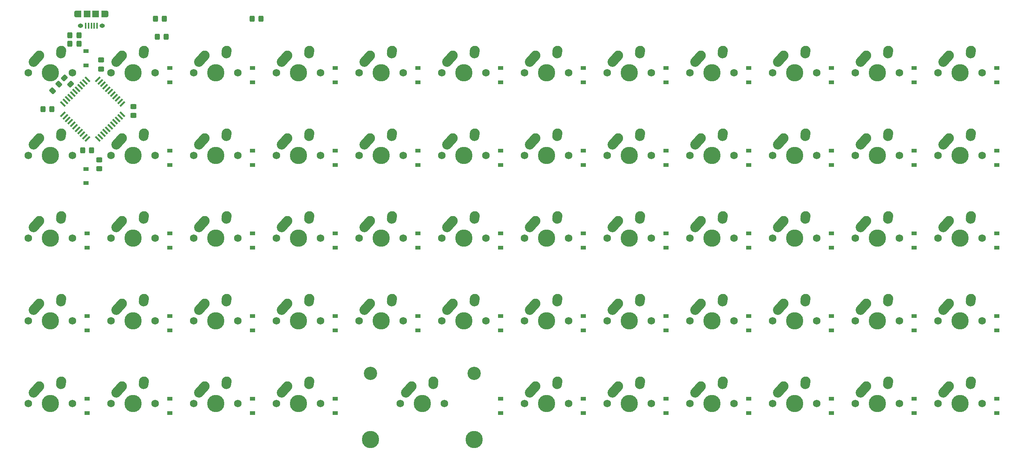
<source format=gbr>
G04 #@! TF.GenerationSoftware,KiCad,Pcbnew,(6.0.4)*
G04 #@! TF.CreationDate,2023-01-11T07:52:03+01:00*
G04 #@! TF.ProjectId,keyboard,6b657962-6f61-4726-942e-6b696361645f,rev?*
G04 #@! TF.SameCoordinates,Original*
G04 #@! TF.FileFunction,Soldermask,Bot*
G04 #@! TF.FilePolarity,Negative*
%FSLAX46Y46*%
G04 Gerber Fmt 4.6, Leading zero omitted, Abs format (unit mm)*
G04 Created by KiCad (PCBNEW (6.0.4)) date 2023-01-11 07:52:03*
%MOMM*%
%LPD*%
G01*
G04 APERTURE LIST*
G04 Aperture macros list*
%AMRoundRect*
0 Rectangle with rounded corners*
0 $1 Rounding radius*
0 $2 $3 $4 $5 $6 $7 $8 $9 X,Y pos of 4 corners*
0 Add a 4 corners polygon primitive as box body*
4,1,4,$2,$3,$4,$5,$6,$7,$8,$9,$2,$3,0*
0 Add four circle primitives for the rounded corners*
1,1,$1+$1,$2,$3*
1,1,$1+$1,$4,$5*
1,1,$1+$1,$6,$7*
1,1,$1+$1,$8,$9*
0 Add four rect primitives between the rounded corners*
20,1,$1+$1,$2,$3,$4,$5,0*
20,1,$1+$1,$4,$5,$6,$7,0*
20,1,$1+$1,$6,$7,$8,$9,0*
20,1,$1+$1,$8,$9,$2,$3,0*%
%AMHorizOval*
0 Thick line with rounded ends*
0 $1 width*
0 $2 $3 position (X,Y) of the first rounded end (center of the circle)*
0 $4 $5 position (X,Y) of the second rounded end (center of the circle)*
0 Add line between two ends*
20,1,$1,$2,$3,$4,$5,0*
0 Add two circle primitives to create the rounded ends*
1,1,$1,$2,$3*
1,1,$1,$4,$5*%
%AMRotRect*
0 Rectangle, with rotation*
0 The origin of the aperture is its center*
0 $1 length*
0 $2 width*
0 $3 Rotation angle, in degrees counterclockwise*
0 Add horizontal line*
21,1,$1,$2,0,0,$3*%
G04 Aperture macros list end*
%ADD10C,1.750000*%
%ADD11C,3.987800*%
%ADD12C,2.250000*%
%ADD13HorizOval,2.250000X0.655001X0.730000X-0.655001X-0.730000X0*%
%ADD14HorizOval,2.250000X0.020000X0.290000X-0.020000X-0.290000X0*%
%ADD15C,3.048000*%
%ADD16RoundRect,0.250000X0.325000X0.450000X-0.325000X0.450000X-0.325000X-0.450000X0.325000X-0.450000X0*%
%ADD17RoundRect,0.250000X0.450000X-0.325000X0.450000X0.325000X-0.450000X0.325000X-0.450000X-0.325000X0*%
%ADD18RoundRect,0.250000X-0.548008X-0.088388X-0.088388X-0.548008X0.548008X0.088388X0.088388X0.548008X0*%
%ADD19RoundRect,0.250000X0.088388X-0.548008X0.548008X-0.088388X-0.088388X0.548008X-0.548008X0.088388X0*%
%ADD20R,0.400000X1.350000*%
%ADD21R,1.200000X1.550000*%
%ADD22O,0.890000X1.550000*%
%ADD23O,1.250000X0.950000*%
%ADD24R,1.500000X1.550000*%
%ADD25RoundRect,0.250000X-0.325000X-0.450000X0.325000X-0.450000X0.325000X0.450000X-0.325000X0.450000X0*%
%ADD26RotRect,1.524000X0.406400X315.000000*%
%ADD27RotRect,0.406400X1.524000X315.000000*%
%ADD28R,1.200000X0.900000*%
G04 APERTURE END LIST*
D10*
X223595000Y-138075000D03*
D11*
X228675000Y-138075000D03*
D10*
X233755000Y-138075000D03*
D12*
X226175000Y-134075000D03*
D13*
X225520001Y-134805000D03*
D12*
X231215000Y-132995000D03*
D14*
X231195000Y-133285000D03*
D10*
X271855000Y-138075000D03*
X261695000Y-138075000D03*
D11*
X266775000Y-138075000D03*
D13*
X263620001Y-134805000D03*
D12*
X264275000Y-134075000D03*
D14*
X269295000Y-133285000D03*
D12*
X269315000Y-132995000D03*
D11*
X247725000Y-138075000D03*
D10*
X242645000Y-138075000D03*
X252805000Y-138075000D03*
D13*
X244570001Y-134805000D03*
D12*
X245225000Y-134075000D03*
D14*
X250245000Y-133285000D03*
D12*
X250265000Y-132995000D03*
D10*
X81355000Y-119025000D03*
D11*
X76275000Y-119025000D03*
D10*
X71195000Y-119025000D03*
D13*
X73120001Y-115755000D03*
D12*
X73775000Y-115025000D03*
X78815000Y-113945000D03*
D14*
X78795000Y-114235000D03*
D11*
X133425000Y-138075000D03*
D10*
X138505000Y-138075000D03*
X128345000Y-138075000D03*
D12*
X130925000Y-134075000D03*
D13*
X130270001Y-134805000D03*
D14*
X135945000Y-133285000D03*
D12*
X135965000Y-132995000D03*
D11*
X133425000Y-99975000D03*
D10*
X128345000Y-99975000D03*
X138505000Y-99975000D03*
D13*
X130270001Y-96705000D03*
D12*
X130925000Y-95975000D03*
D14*
X135945000Y-95185000D03*
D12*
X135965000Y-94895000D03*
D11*
X57225000Y-138075000D03*
D10*
X62305000Y-138075000D03*
X52145000Y-138075000D03*
D12*
X54725000Y-134075000D03*
D13*
X54070001Y-134805000D03*
D14*
X59745000Y-133285000D03*
D12*
X59765000Y-132995000D03*
D11*
X171525000Y-80925000D03*
D10*
X176605000Y-80925000D03*
X166445000Y-80925000D03*
D13*
X168370001Y-77655000D03*
D12*
X169025000Y-76925000D03*
D14*
X174045000Y-76135000D03*
D12*
X174065000Y-75845000D03*
D10*
X157555000Y-80925000D03*
X147395000Y-80925000D03*
D11*
X152475000Y-80925000D03*
D13*
X149320001Y-77655000D03*
D12*
X149975000Y-76925000D03*
X155015000Y-75845000D03*
D14*
X154995000Y-76135000D03*
D11*
X114375000Y-80925000D03*
D10*
X109295000Y-80925000D03*
X119455000Y-80925000D03*
D12*
X111875000Y-76925000D03*
D13*
X111220001Y-77655000D03*
D12*
X116915000Y-75845000D03*
D14*
X116895000Y-76135000D03*
D10*
X195655000Y-119025000D03*
X185495000Y-119025000D03*
D11*
X190575000Y-119025000D03*
D12*
X188075000Y-115025000D03*
D13*
X187420001Y-115755000D03*
D14*
X193095000Y-114235000D03*
D12*
X193115000Y-113945000D03*
D10*
X62305000Y-80925000D03*
D11*
X57225000Y-80925000D03*
D10*
X52145000Y-80925000D03*
D13*
X54070001Y-77655000D03*
D12*
X54725000Y-76925000D03*
D14*
X59745000Y-76135000D03*
D12*
X59765000Y-75845000D03*
D10*
X214705000Y-138075000D03*
D11*
X209625000Y-138075000D03*
D10*
X204545000Y-138075000D03*
D12*
X207125000Y-134075000D03*
D13*
X206470001Y-134805000D03*
D14*
X212145000Y-133285000D03*
D12*
X212165000Y-132995000D03*
D11*
X95325000Y-80925000D03*
D10*
X100405000Y-80925000D03*
X90245000Y-80925000D03*
D13*
X92170001Y-77655000D03*
D12*
X92825000Y-76925000D03*
D14*
X97845000Y-76135000D03*
D12*
X97865000Y-75845000D03*
D11*
X266775000Y-119025000D03*
D10*
X271855000Y-119025000D03*
X261695000Y-119025000D03*
D13*
X263620001Y-115755000D03*
D12*
X264275000Y-115025000D03*
D14*
X269295000Y-114235000D03*
D12*
X269315000Y-113945000D03*
D11*
X142950000Y-157125000D03*
X154888000Y-165380000D03*
D10*
X137870000Y-157125000D03*
D15*
X154888000Y-150140000D03*
X131012000Y-150140000D03*
D10*
X148030000Y-157125000D03*
D11*
X131012000Y-165380000D03*
D13*
X139795001Y-153855000D03*
D12*
X140450000Y-153125000D03*
D14*
X145470000Y-152335000D03*
D12*
X145490000Y-152045000D03*
D10*
X242645000Y-157125000D03*
X252805000Y-157125000D03*
D11*
X247725000Y-157125000D03*
D12*
X245225000Y-153125000D03*
D13*
X244570001Y-153855000D03*
D14*
X250245000Y-152335000D03*
D12*
X250265000Y-152045000D03*
D10*
X223595000Y-119025000D03*
D11*
X228675000Y-119025000D03*
D10*
X233755000Y-119025000D03*
D12*
X226175000Y-115025000D03*
D13*
X225520001Y-115755000D03*
D12*
X231215000Y-113945000D03*
D14*
X231195000Y-114235000D03*
D11*
X247725000Y-80925000D03*
D10*
X252805000Y-80925000D03*
X242645000Y-80925000D03*
D13*
X244570001Y-77655000D03*
D12*
X245225000Y-76925000D03*
D14*
X250245000Y-76135000D03*
D12*
X250265000Y-75845000D03*
D10*
X185495000Y-80925000D03*
D11*
X190575000Y-80925000D03*
D10*
X195655000Y-80925000D03*
D12*
X188075000Y-76925000D03*
D13*
X187420001Y-77655000D03*
D14*
X193095000Y-76135000D03*
D12*
X193115000Y-75845000D03*
D10*
X81355000Y-99975000D03*
X71195000Y-99975000D03*
D11*
X76275000Y-99975000D03*
D12*
X73775000Y-95975000D03*
D13*
X73120001Y-96705000D03*
D12*
X78815000Y-94895000D03*
D14*
X78795000Y-95185000D03*
D10*
X100405000Y-157125000D03*
D11*
X95325000Y-157125000D03*
D10*
X90245000Y-157125000D03*
D13*
X92170001Y-153855000D03*
D12*
X92825000Y-153125000D03*
X97865000Y-152045000D03*
D14*
X97845000Y-152335000D03*
D10*
X157555000Y-138075000D03*
D11*
X152475000Y-138075000D03*
D10*
X147395000Y-138075000D03*
D12*
X149975000Y-134075000D03*
D13*
X149320001Y-134805000D03*
D14*
X154995000Y-133285000D03*
D12*
X155015000Y-132995000D03*
D10*
X261695000Y-80925000D03*
X271855000Y-80925000D03*
D11*
X266775000Y-80925000D03*
D13*
X263620001Y-77655000D03*
D12*
X264275000Y-76925000D03*
D14*
X269295000Y-76135000D03*
D12*
X269315000Y-75845000D03*
D11*
X57225000Y-119025000D03*
D10*
X62305000Y-119025000D03*
X52145000Y-119025000D03*
D12*
X54725000Y-115025000D03*
D13*
X54070001Y-115755000D03*
D12*
X59765000Y-113945000D03*
D14*
X59745000Y-114235000D03*
D11*
X133425000Y-119025000D03*
D10*
X128345000Y-119025000D03*
X138505000Y-119025000D03*
D13*
X130270001Y-115755000D03*
D12*
X130925000Y-115025000D03*
D14*
X135945000Y-114235000D03*
D12*
X135965000Y-113945000D03*
D11*
X247725000Y-119025000D03*
D10*
X252805000Y-119025000D03*
X242645000Y-119025000D03*
D12*
X245225000Y-115025000D03*
D13*
X244570001Y-115755000D03*
D14*
X250245000Y-114235000D03*
D12*
X250265000Y-113945000D03*
D11*
X114375000Y-157125000D03*
D10*
X109295000Y-157125000D03*
X119455000Y-157125000D03*
D12*
X111875000Y-153125000D03*
D13*
X111220001Y-153855000D03*
D12*
X116915000Y-152045000D03*
D14*
X116895000Y-152335000D03*
D10*
X176605000Y-138075000D03*
X166445000Y-138075000D03*
D11*
X171525000Y-138075000D03*
D13*
X168370001Y-134805000D03*
D12*
X169025000Y-134075000D03*
D14*
X174045000Y-133285000D03*
D12*
X174065000Y-132995000D03*
D10*
X214705000Y-80925000D03*
X204545000Y-80925000D03*
D11*
X209625000Y-80925000D03*
D12*
X207125000Y-76925000D03*
D13*
X206470001Y-77655000D03*
D14*
X212145000Y-76135000D03*
D12*
X212165000Y-75845000D03*
D11*
X209625000Y-119025000D03*
D10*
X214705000Y-119025000D03*
X204545000Y-119025000D03*
D13*
X206470001Y-115755000D03*
D12*
X207125000Y-115025000D03*
D14*
X212145000Y-114235000D03*
D12*
X212165000Y-113945000D03*
D10*
X62305000Y-99975000D03*
D11*
X57225000Y-99975000D03*
D10*
X52145000Y-99975000D03*
D12*
X54725000Y-95975000D03*
D13*
X54070001Y-96705000D03*
D12*
X59765000Y-94895000D03*
D14*
X59745000Y-95185000D03*
D10*
X166445000Y-157125000D03*
X176605000Y-157125000D03*
D11*
X171525000Y-157125000D03*
D13*
X168370001Y-153855000D03*
D12*
X169025000Y-153125000D03*
X174065000Y-152045000D03*
D14*
X174045000Y-152335000D03*
D10*
X100405000Y-99975000D03*
D11*
X95325000Y-99975000D03*
D10*
X90245000Y-99975000D03*
D12*
X92825000Y-95975000D03*
D13*
X92170001Y-96705000D03*
D14*
X97845000Y-95185000D03*
D12*
X97865000Y-94895000D03*
D11*
X152475000Y-99975000D03*
D10*
X147395000Y-99975000D03*
X157555000Y-99975000D03*
D13*
X149320001Y-96705000D03*
D12*
X149975000Y-95975000D03*
X155015000Y-94895000D03*
D14*
X154995000Y-95185000D03*
D10*
X176605000Y-119025000D03*
D11*
X171525000Y-119025000D03*
D10*
X166445000Y-119025000D03*
D12*
X169025000Y-115025000D03*
D13*
X168370001Y-115755000D03*
D12*
X174065000Y-113945000D03*
D14*
X174045000Y-114235000D03*
D10*
X81355000Y-80925000D03*
X71195000Y-80925000D03*
D11*
X76275000Y-80925000D03*
D12*
X73775000Y-76925000D03*
D13*
X73120001Y-77655000D03*
D12*
X78815000Y-75845000D03*
D14*
X78795000Y-76135000D03*
D11*
X190575000Y-138075000D03*
D10*
X195655000Y-138075000D03*
X185495000Y-138075000D03*
D12*
X188075000Y-134075000D03*
D13*
X187420001Y-134805000D03*
D12*
X193115000Y-132995000D03*
D14*
X193095000Y-133285000D03*
D11*
X228675000Y-99975000D03*
D10*
X233755000Y-99975000D03*
X223595000Y-99975000D03*
D12*
X226175000Y-95975000D03*
D13*
X225520001Y-96705000D03*
D14*
X231195000Y-95185000D03*
D12*
X231215000Y-94895000D03*
D11*
X95325000Y-119025000D03*
D10*
X90245000Y-119025000D03*
X100405000Y-119025000D03*
D13*
X92170001Y-115755000D03*
D12*
X92825000Y-115025000D03*
D14*
X97845000Y-114235000D03*
D12*
X97865000Y-113945000D03*
D10*
X223595000Y-80925000D03*
D11*
X228675000Y-80925000D03*
D10*
X233755000Y-80925000D03*
D13*
X225520001Y-77655000D03*
D12*
X226175000Y-76925000D03*
D14*
X231195000Y-76135000D03*
D12*
X231215000Y-75845000D03*
D10*
X233755000Y-157125000D03*
D11*
X228675000Y-157125000D03*
D10*
X223595000Y-157125000D03*
D12*
X226175000Y-153125000D03*
D13*
X225520001Y-153855000D03*
D14*
X231195000Y-152335000D03*
D12*
X231215000Y-152045000D03*
D11*
X209625000Y-157125000D03*
D10*
X204545000Y-157125000D03*
X214705000Y-157125000D03*
D13*
X206470001Y-153855000D03*
D12*
X207125000Y-153125000D03*
X212165000Y-152045000D03*
D14*
X212145000Y-152335000D03*
D11*
X133425000Y-80925000D03*
D10*
X138505000Y-80925000D03*
X128345000Y-80925000D03*
D12*
X130925000Y-76925000D03*
D13*
X130270001Y-77655000D03*
D12*
X135965000Y-75845000D03*
D14*
X135945000Y-76135000D03*
D11*
X114375000Y-138075000D03*
D10*
X119455000Y-138075000D03*
X109295000Y-138075000D03*
D12*
X111875000Y-134075000D03*
D13*
X111220001Y-134805000D03*
D12*
X116915000Y-132995000D03*
D14*
X116895000Y-133285000D03*
D11*
X209625000Y-99975000D03*
D10*
X204545000Y-99975000D03*
X214705000Y-99975000D03*
D13*
X206470001Y-96705000D03*
D12*
X207125000Y-95975000D03*
X212165000Y-94895000D03*
D14*
X212145000Y-95185000D03*
D10*
X271855000Y-99975000D03*
X261695000Y-99975000D03*
D11*
X266775000Y-99975000D03*
D13*
X263620001Y-96705000D03*
D12*
X264275000Y-95975000D03*
X269315000Y-94895000D03*
D14*
X269295000Y-95185000D03*
D10*
X271855000Y-157125000D03*
D11*
X266775000Y-157125000D03*
D10*
X261695000Y-157125000D03*
D12*
X264275000Y-153125000D03*
D13*
X263620001Y-153855000D03*
D14*
X269295000Y-152335000D03*
D12*
X269315000Y-152045000D03*
D10*
X71195000Y-157125000D03*
D11*
X76275000Y-157125000D03*
D10*
X81355000Y-157125000D03*
D13*
X73120001Y-153855000D03*
D12*
X73775000Y-153125000D03*
D14*
X78795000Y-152335000D03*
D12*
X78815000Y-152045000D03*
D11*
X76275000Y-138075000D03*
D10*
X71195000Y-138075000D03*
X81355000Y-138075000D03*
D12*
X73775000Y-134075000D03*
D13*
X73120001Y-134805000D03*
D14*
X78795000Y-133285000D03*
D12*
X78815000Y-132995000D03*
D11*
X57225000Y-157125000D03*
D10*
X62305000Y-157125000D03*
X52145000Y-157125000D03*
D12*
X54725000Y-153125000D03*
D13*
X54070001Y-153855000D03*
D12*
X59765000Y-152045000D03*
D14*
X59745000Y-152335000D03*
D10*
X100405000Y-138075000D03*
X90245000Y-138075000D03*
D11*
X95325000Y-138075000D03*
D12*
X92825000Y-134075000D03*
D13*
X92170001Y-134805000D03*
D14*
X97845000Y-133285000D03*
D12*
X97865000Y-132995000D03*
D10*
X185495000Y-157125000D03*
X195655000Y-157125000D03*
D11*
X190575000Y-157125000D03*
D13*
X187420001Y-153855000D03*
D12*
X188075000Y-153125000D03*
X193115000Y-152045000D03*
D14*
X193095000Y-152335000D03*
D10*
X185495000Y-99975000D03*
D11*
X190575000Y-99975000D03*
D10*
X195655000Y-99975000D03*
D12*
X188075000Y-95975000D03*
D13*
X187420001Y-96705000D03*
D12*
X193115000Y-94895000D03*
D14*
X193095000Y-95185000D03*
D11*
X114375000Y-99975000D03*
D10*
X109295000Y-99975000D03*
X119455000Y-99975000D03*
D12*
X111875000Y-95975000D03*
D13*
X111220001Y-96705000D03*
D12*
X116915000Y-94895000D03*
D14*
X116895000Y-95185000D03*
D10*
X109295000Y-119025000D03*
D11*
X114375000Y-119025000D03*
D10*
X119455000Y-119025000D03*
D12*
X111875000Y-115025000D03*
D13*
X111220001Y-115755000D03*
D14*
X116895000Y-114235000D03*
D12*
X116915000Y-113945000D03*
D11*
X171525000Y-99975000D03*
D10*
X176605000Y-99975000D03*
X166445000Y-99975000D03*
D12*
X169025000Y-95975000D03*
D13*
X168370001Y-96705000D03*
D14*
X174045000Y-95185000D03*
D12*
X174065000Y-94895000D03*
D10*
X252805000Y-99975000D03*
X242645000Y-99975000D03*
D11*
X247725000Y-99975000D03*
D12*
X245225000Y-95975000D03*
D13*
X244570001Y-96705000D03*
D12*
X250265000Y-94895000D03*
D14*
X250245000Y-95185000D03*
D11*
X152475000Y-119025000D03*
D10*
X157555000Y-119025000D03*
X147395000Y-119025000D03*
D12*
X149975000Y-115025000D03*
D13*
X149320001Y-115755000D03*
D12*
X155015000Y-113945000D03*
D14*
X154995000Y-114235000D03*
D16*
X57625000Y-89300000D03*
X55575000Y-89300000D03*
X66725000Y-98800000D03*
X64675000Y-98800000D03*
D17*
X76400000Y-90725000D03*
X76400000Y-88675000D03*
X68900000Y-80025000D03*
X68900000Y-77975000D03*
D18*
X60475216Y-82075216D03*
X61924784Y-83524784D03*
D19*
X57775216Y-85024784D03*
X59224784Y-83575216D03*
D20*
X65400000Y-70100000D03*
X66050000Y-70100000D03*
X66700000Y-70100000D03*
X67350000Y-70100000D03*
X68000000Y-70100000D03*
D21*
X63800000Y-67400000D03*
X69600000Y-67400000D03*
D22*
X70200000Y-67400000D03*
X63200000Y-67400000D03*
D23*
X64200000Y-70100000D03*
D24*
X65700000Y-67400000D03*
D23*
X69200000Y-70100000D03*
D24*
X67700000Y-67400000D03*
D25*
X81850000Y-72600000D03*
X83900000Y-72600000D03*
X61775000Y-74200000D03*
X63825000Y-74200000D03*
X61775000Y-72300000D03*
X63825000Y-72300000D03*
D17*
X68500000Y-103025000D03*
X68500000Y-100975000D03*
D26*
X60130104Y-88087665D03*
X60695860Y-87521909D03*
X61261616Y-86956153D03*
X61827372Y-86390397D03*
X62393129Y-85824641D03*
X62958885Y-85258885D03*
X63524641Y-84693129D03*
X64090397Y-84127372D03*
X64656153Y-83561616D03*
X65221909Y-82995860D03*
X65787665Y-82430104D03*
D27*
X68212335Y-82430104D03*
X68778091Y-82995860D03*
X69343847Y-83561616D03*
X69909603Y-84127372D03*
X70475359Y-84693129D03*
X71041115Y-85258885D03*
X71606871Y-85824641D03*
X72172628Y-86390397D03*
X72738384Y-86956153D03*
X73304140Y-87521909D03*
X73869896Y-88087665D03*
D26*
X73869896Y-90512335D03*
X73304140Y-91078091D03*
X72738384Y-91643847D03*
X72172628Y-92209603D03*
X71606871Y-92775359D03*
X71041115Y-93341115D03*
X70475359Y-93906871D03*
X69909603Y-94472628D03*
X69343847Y-95038384D03*
X68778091Y-95604140D03*
X68212335Y-96169896D03*
D27*
X65787665Y-96169896D03*
X65221909Y-95604140D03*
X64656153Y-95038384D03*
X64090397Y-94472628D03*
X63524641Y-93906871D03*
X62958885Y-93341115D03*
X62393129Y-92775359D03*
X61827372Y-92209603D03*
X61261616Y-91643847D03*
X60695860Y-91078091D03*
X60130104Y-90512335D03*
D16*
X83525000Y-68475001D03*
X81475000Y-68475001D03*
X105775000Y-68500000D03*
X103725000Y-68500000D03*
D28*
X218150000Y-102125000D03*
X218150000Y-98825000D03*
X161000000Y-121175000D03*
X161000000Y-117875000D03*
X180050000Y-83075000D03*
X180050000Y-79775000D03*
X103850000Y-140225000D03*
X103850000Y-136925000D03*
X237200000Y-102125000D03*
X237200000Y-98825000D03*
X275300000Y-121175000D03*
X275300000Y-117875000D03*
X141950000Y-140225000D03*
X141950000Y-136925000D03*
X237200000Y-140225000D03*
X237200000Y-136925000D03*
X218150000Y-140225000D03*
X218150000Y-136925000D03*
X256250000Y-102125000D03*
X256250000Y-98825000D03*
X84800000Y-83075000D03*
X84800000Y-79775000D03*
X65750000Y-159275000D03*
X65750000Y-155975000D03*
X218150000Y-121175000D03*
X218150000Y-117875000D03*
X180050000Y-102125000D03*
X180050000Y-98825000D03*
X161000000Y-140225000D03*
X161000000Y-136925000D03*
X103850000Y-102125000D03*
X103850000Y-98825000D03*
X237200000Y-83075000D03*
X237200000Y-79775000D03*
X103850000Y-159275000D03*
X103850000Y-155975000D03*
X199100000Y-83075000D03*
X199100000Y-79775000D03*
X122900000Y-121175000D03*
X122900000Y-117875000D03*
X122900000Y-159275000D03*
X122900000Y-155975000D03*
X218150000Y-159275000D03*
X218150000Y-155975000D03*
X218150000Y-83075000D03*
X218150000Y-79775000D03*
X275300000Y-140225000D03*
X275300000Y-136925000D03*
X275300000Y-83075000D03*
X275300000Y-79775000D03*
X180050000Y-159275000D03*
X180050000Y-155975000D03*
X256250000Y-83075000D03*
X256250000Y-79775000D03*
X180050000Y-140225000D03*
X180050000Y-136925000D03*
X237200000Y-159275000D03*
X237200000Y-155975000D03*
X122900000Y-83075000D03*
X122900000Y-79775000D03*
X141950000Y-121175000D03*
X141950000Y-117875000D03*
X275300000Y-102125000D03*
X275300000Y-98825000D03*
X256250000Y-121175000D03*
X256250000Y-117875000D03*
X256250000Y-159275000D03*
X256250000Y-155975000D03*
X161000000Y-83075000D03*
X161000000Y-79775000D03*
X65500000Y-106350000D03*
X65500000Y-103050000D03*
X256250000Y-140225000D03*
X256250000Y-136925000D03*
X237200000Y-121175000D03*
X237200000Y-117875000D03*
X65750000Y-140225000D03*
X65750000Y-136925000D03*
X275300000Y-159275000D03*
X275300000Y-155975000D03*
X103850000Y-121175000D03*
X103850000Y-117875000D03*
X84800000Y-102125000D03*
X84800000Y-98825000D03*
X199100000Y-121175000D03*
X199100000Y-117875000D03*
X161000000Y-159275000D03*
X161000000Y-155975000D03*
X84800000Y-140225000D03*
X84800000Y-136925000D03*
X84800000Y-121175000D03*
X84800000Y-117875000D03*
X199100000Y-102125000D03*
X199100000Y-98825000D03*
X161000000Y-102125000D03*
X161000000Y-98825000D03*
X122900000Y-140225000D03*
X122900000Y-136925000D03*
X103850000Y-83075000D03*
X103850000Y-79775000D03*
X65750000Y-121175000D03*
X65750000Y-117875000D03*
X199100000Y-159275000D03*
X199100000Y-155975000D03*
X122900000Y-102125000D03*
X122900000Y-98825000D03*
X199100000Y-140225000D03*
X199100000Y-136925000D03*
X180050000Y-121175000D03*
X180050000Y-117875000D03*
X65500000Y-79250000D03*
X65500000Y-75950000D03*
X141950000Y-102125000D03*
X141950000Y-98825000D03*
X84800000Y-159275000D03*
X84800000Y-155975000D03*
X141950000Y-83075000D03*
X141950000Y-79775000D03*
M02*

</source>
